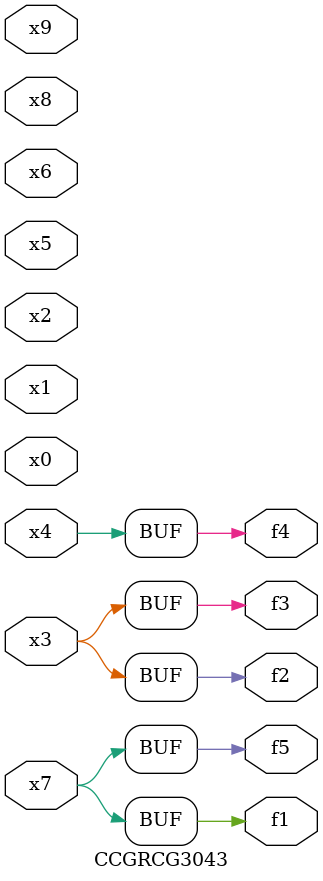
<source format=v>
module CCGRCG3043(
	input x0, x1, x2, x3, x4, x5, x6, x7, x8, x9,
	output f1, f2, f3, f4, f5
);
	assign f1 = x7;
	assign f2 = x3;
	assign f3 = x3;
	assign f4 = x4;
	assign f5 = x7;
endmodule

</source>
